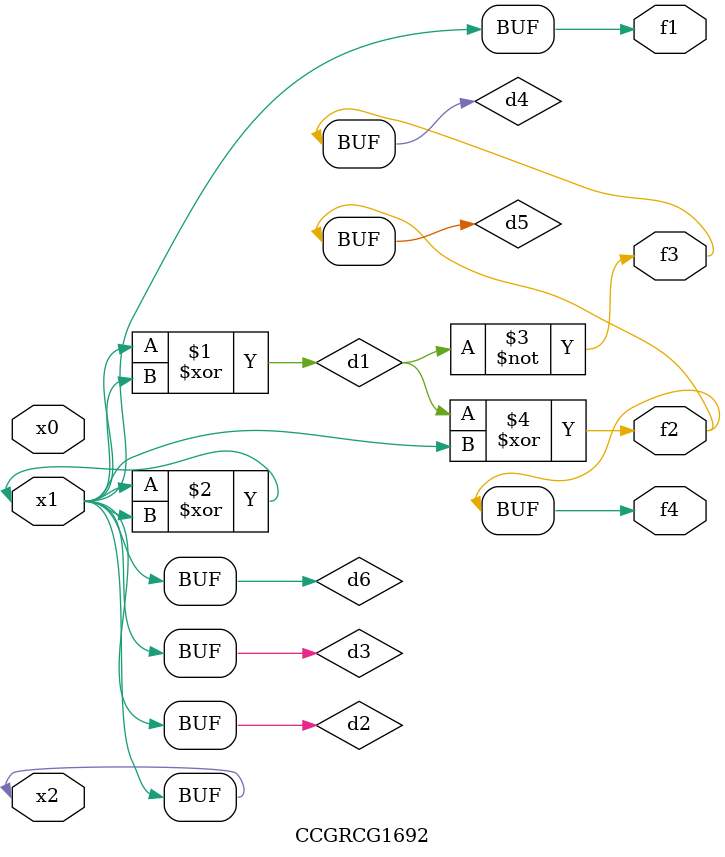
<source format=v>
module CCGRCG1692(
	input x0, x1, x2,
	output f1, f2, f3, f4
);

	wire d1, d2, d3, d4, d5, d6;

	xor (d1, x1, x2);
	buf (d2, x1, x2);
	xor (d3, x1, x2);
	nor (d4, d1);
	xor (d5, d1, d2);
	buf (d6, d2, d3);
	assign f1 = d6;
	assign f2 = d5;
	assign f3 = d4;
	assign f4 = d5;
endmodule

</source>
